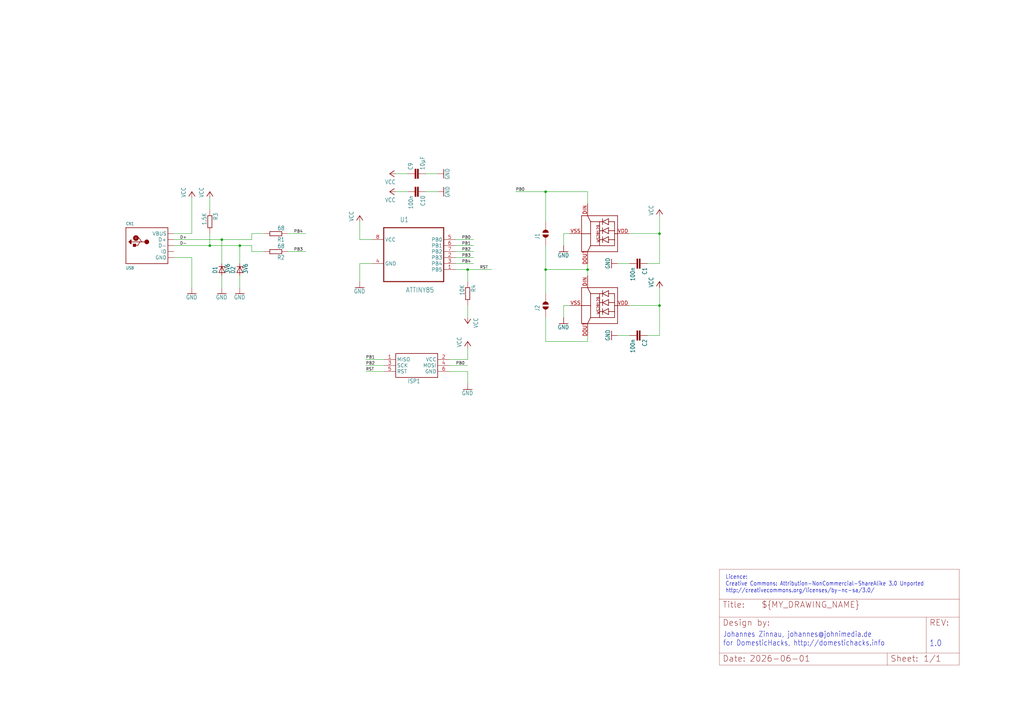
<source format=kicad_sch>
(kicad_sch (version 20250114) (generator "eeschema") (generator_version "9.0")
  (paper "User" 433.807 302.311)
  (lib_symbols
    (symbol "bloenk-mini-eagle-import:Atmel_By_element14_Batch_1_ATTINY85-20SU"
      (property "Reference" "U" (at -5.8928 9.906 0))
      (symbol "Atmel_By_element14_Batch_1_ATTINY85-20SU_1_0"
        (polyline (pts (xy -12.7 7.62) (xy -12.7 -15.24)) (stroke (width 0.4064)))
        (polyline (pts (xy -12.7 -15.24) (xy 12.7 -15.24)) (stroke (width 0.4064)))
        (polyline (pts (xy 12.7 7.62) (xy -12.7 7.62)) (stroke (width 0.4064)))
        (polyline (pts (xy 12.7 -15.24) (xy 12.7 7.62)) (stroke (width 0.4064)))
        (pin power_in line (at -17.78 2.54 0) (length 5.08) (name "VCC") (number "8"))
        (pin passive line (at -17.78 -7.62 0) (length 5.08) (name "GND") (number "4"))
        (pin bidirectional line (at 17.78 2.54 180) (length 5.08) (name "PB0") (number "5"))
        (pin bidirectional line (at 17.78 0 180) (length 5.08) (name "PB1") (number "6"))
        (pin bidirectional line (at 17.78 -2.54 180) (length 5.08) (name "PB2") (number "7"))
        (pin bidirectional line (at 17.78 -5.08 180) (length 5.08) (name "PB3") (number "2"))
        (pin bidirectional line (at 17.78 -7.62 180) (length 5.08) (name "PB4") (number "3"))
        (pin bidirectional line (at 17.78 -10.16 180) (length 5.08) (name "PB5") (number "1"))
      )
    )
    (symbol "bloenk-mini-eagle-import:SparkFun-Passives_SOLDERJUMPERNO"
      (property "Reference" "SJ" (at -2.54 2.54 0))
      (symbol "SparkFun-Passives_SOLDERJUMPERNO_1_0"
        (polyline (pts (xy -2.54 0) (xy -1.651 0)) (stroke (width 0.1524)))
        (arc (start -0.381 -1.27) (mid -1.651 0) (end -0.381 1.27) (stroke (width 0.0001)) (fill (type outline)))
        (arc (start 0.381 1.27) (mid 1.651 0) (end 0.381 -1.27) (stroke (width 0.0001)) (fill (type outline)))
        (polyline (pts (xy 2.54 0) (xy 1.651 0)) (stroke (width 0.1524)))
        (pin passive line (at -5.08 0 0) (length 2.54) (name "1") (number "1"))
        (pin passive line (at 5.08 0 180) (length 2.54) (name "2") (number "2"))
      )
    )
    (symbol "bloenk-mini-eagle-import:WS2812B_WS2812B"
      (symbol "WS2812B_WS2812B_1_0"
        (polyline (pts (xy -7.62 10.16) (xy -7.62 -2.54)) (stroke (width 0.254)))
        (polyline (pts (xy -7.62 -2.54) (xy -7.62 -5.08)) (stroke (width 0.254)))
        (polyline (pts (xy -7.62 -5.08) (xy 0 -5.08)) (stroke (width 0.254)))
        (polyline (pts (xy -6.35 6.35) (xy -5.08 6.35)) (stroke (width 0.254)))
        (polyline (pts (xy -6.35 3.81) (xy -5.08 3.81)) (stroke (width 0.254)))
        (polyline (pts (xy -5.08 8.89) (xy -5.08 6.35)) (stroke (width 0.254)))
        (polyline (pts (xy -5.08 6.35) (xy -3.81 6.35)) (stroke (width 0.254)))
        (polyline (pts (xy -5.08 3.81) (xy -6.35 6.35)) (stroke (width 0.254)))
        (polyline (pts (xy -5.08 3.81) (xy -5.08 2.54)) (stroke (width 0.254)))
        (polyline (pts (xy -5.08 3.81) (xy -3.81 6.35)) (stroke (width 0.254)))
        (polyline (pts (xy -5.08 2.54) (xy -5.08 -1.27)) (stroke (width 0.254)))
        (polyline (pts (xy -5.08 -1.27) (xy -7.62 -2.54)) (stroke (width 0.254)))
        (polyline (pts (xy -5.08 -1.27) (xy 0 -1.27)) (stroke (width 0.254)))
        (polyline (pts (xy -3.81 3.81) (xy -5.08 3.81)) (stroke (width 0.254)))
        (polyline (pts (xy -2.54 6.35) (xy 0 6.35)) (stroke (width 0.254)))
        (polyline (pts (xy -2.54 3.81) (xy -1.27 3.81)) (stroke (width 0.254)))
        (polyline (pts (xy -1.27 6.35) (xy -1.27 8.89)) (stroke (width 0.254)))
        (polyline (pts (xy -1.27 3.81) (xy -2.54 6.35)) (stroke (width 0.254)))
        (polyline (pts (xy -1.27 3.81) (xy -1.27 2.54)) (stroke (width 0.254)))
        (polyline (pts (xy -1.27 3.81) (xy 0 3.81)) (stroke (width 0.254)))
        (polyline (pts (xy -1.27 2.54) (xy -5.08 2.54)) (stroke (width 0.254)))
        (polyline (pts (xy 0 10.16) (xy -7.62 10.16)) (stroke (width 0.254)))
        (polyline (pts (xy 0 10.16) (xy 0 8.89)) (stroke (width 0.254)))
        (polyline (pts (xy 0 8.89) (xy -5.08 8.89)) (stroke (width 0.254)))
        (polyline (pts (xy 0 6.35) (xy -1.27 3.81)) (stroke (width 0.254)))
        (polyline (pts (xy 0 -1.27) (xy 0 -5.08)) (stroke (width 0.254)))
        (polyline (pts (xy 0 -1.27) (xy 5.08 -1.27)) (stroke (width 0.254)))
        (polyline (pts (xy 0 -5.08) (xy 7.62 -5.08)) (stroke (width 0.254)))
        (polyline (pts (xy 1.27 6.35) (xy 2.54 6.35)) (stroke (width 0.254)))
        (polyline (pts (xy 1.27 6.35) (xy 2.54 3.81)) (stroke (width 0.254)))
        (polyline (pts (xy 2.54 8.89) (xy 0 8.89)) (stroke (width 0.254)))
        (polyline (pts (xy 2.54 8.89) (xy 5.08 8.89)) (stroke (width 0.254)))
        (polyline (pts (xy 2.54 6.35) (xy 2.54 8.89)) (stroke (width 0.254)))
        (polyline (pts (xy 2.54 3.81) (xy 1.27 3.81)) (stroke (width 0.254)))
        (polyline (pts (xy 2.54 3.81) (xy 2.54 2.54)) (stroke (width 0.254)))
        (polyline (pts (xy 2.54 3.81) (xy 3.81 6.35)) (stroke (width 0.254)))
        (polyline (pts (xy 2.54 3.81) (xy 3.81 3.81)) (stroke (width 0.254)))
        (polyline (pts (xy 2.54 2.54) (xy -1.27 2.54)) (stroke (width 0.254)))
        (polyline (pts (xy 3.81 6.35) (xy 2.54 6.35)) (stroke (width 0.254)))
        (polyline (pts (xy 5.08 8.89) (xy 5.08 2.54)) (stroke (width 0.254)))
        (polyline (pts (xy 5.08 2.54) (xy 2.54 2.54)) (stroke (width 0.254)))
        (polyline (pts (xy 5.08 -1.27) (xy 5.08 2.54)) (stroke (width 0.254)))
        (polyline (pts (xy 5.08 -1.27) (xy 7.62 -2.54)) (stroke (width 0.254)))
        (polyline (pts (xy 7.62 10.16) (xy 0 10.16)) (stroke (width 0.254)))
        (polyline (pts (xy 7.62 -2.54) (xy 7.62 10.16)) (stroke (width 0.254)))
        (polyline (pts (xy 7.62 -5.08) (xy 7.62 -2.54)) (stroke (width 0.254)))
        (text "WS2812B" (at 3.81 1.27 0) (effects (font (size 1.27 1.0795)) (justify right top)))
        (pin input line (at -12.7 -2.54 0) (length 5.08) (name "DI") (number "DIN"))
        (pin power_in line (at 0 14.986 270) (length 5.08) (name "VDD") (number "VDD"))
        (pin power_in line (at 0 -10.16 90) (length 5.08) (name "GND") (number "VSS"))
        (pin output line (at 12.7 -2.54 180) (length 5.08) (name "DO") (number "DOUT"))
      )
    )
    (symbol "bloenk-mini-eagle-import:adafruit_AVRISP-6"
      (property "Reference" "ISP" (at -2.54 -7.62 0))
      (symbol "adafruit_AVRISP-6_1_0"
        (polyline (pts (xy -7.62 5.08) (xy 10.16 5.08)) (stroke (width 0.254)))
        (polyline (pts (xy -7.62 -5.08) (xy -7.62 5.08)) (stroke (width 0.254)))
        (polyline (pts (xy 10.16 5.08) (xy 10.16 -5.08)) (stroke (width 0.254)))
        (polyline (pts (xy 10.16 -5.08) (xy -7.62 -5.08)) (stroke (width 0.254)))
        (pin input line (at -12.7 2.54 0) (length 5.08) (name "MISO") (number "1"))
        (pin output line (at -12.7 0 0) (length 5.08) (name "SCK") (number "3"))
        (pin output line (at -12.7 -2.54 0) (length 5.08) (name "RST") (number "5"))
        (pin power_in line (at 15.24 2.54 180) (length 5.08) (name "VCC") (number "2"))
        (pin output line (at 15.24 0 180) (length 5.08) (name "MOSI") (number "4"))
        (pin power_in line (at 15.24 -2.54 180) (length 5.08) (name "GND") (number "6"))
      )
    )
    (symbol "bloenk-mini-eagle-import:adafruit_USBMINIB"
      (property "Reference" "CN" (at -10.16 8.636 0))
      (symbol "adafruit_USBMINIB_1_0"
        (polyline (pts (xy -10.2 7.62) (xy -10.16 7.62)) (stroke (width 0.254)))
        (polyline (pts (xy -10.16 7.62) (xy -10.16 -7.62)) (stroke (width 0.254)))
        (polyline (pts (xy -10.16 7.62) (xy 7.62 7.62)) (stroke (width 0.254)))
        (polyline (pts (xy -10.16 -7.62) (xy 7.62 -7.62)) (stroke (width 0.254)))
        (polyline (pts (xy -8.92 1.6) (xy -8.12 2.4)) (stroke (width 0.254)))
        (polyline (pts (xy -8.52 1.6) (xy -8.52 1.4)) (stroke (width 0.254)))
        (polyline (pts (xy -8.52 1.4) (xy -8.32 1.2)) (stroke (width 0.254)))
        (polyline (pts (xy -8.32 2) (xy -8.72 1.6)) (stroke (width 0.254)))
        (polyline (pts (xy -8.32 1.2) (xy -8.32 2)) (stroke (width 0.254)))
        (polyline (pts (xy -8.12 2.4) (xy -7.92 2.4)) (stroke (width 0.254)))
        (polyline (pts (xy -8.12 1) (xy -8.12 2.4)) (stroke (width 0.254)))
        (polyline (pts (xy -8.12 0.8) (xy -8.92 1.6)) (stroke (width 0.254)))
        (polyline (pts (xy -7.92 2.4) (xy -7.92 1.6)) (stroke (width 0.254)))
        (polyline (pts (xy -7.92 1.6) (xy -7.92 0.8)) (stroke (width 0.254)))
        (polyline (pts (xy -7.92 0.8) (xy -8.12 0.8)) (stroke (width 0.254)))
        (rectangle (start -7.12 -0.45) (end -5.92 0.75) (fill (type outline)))
        (polyline (pts (xy -6.27 0.15) (xy -5.07 0.15)) (stroke (width 0.254)))
        (circle (center -5.92 3.2) (radius 0.2) (stroke (width 1)))
        (polyline (pts (xy -5.52 3.2) (xy -4.52 3.2)) (stroke (width 0.254)))
        (polyline (pts (xy -5.07 0.15) (xy -4.22 1.6)) (stroke (width 0.254)))
        (polyline (pts (xy -4.52 3.2) (xy -3.47 1.6)) (stroke (width 0.254)))
        (polyline (pts (xy -4.22 1.6) (xy -7.92 1.6)) (stroke (width 0.254)))
        (polyline (pts (xy -3.47 1.6) (xy -4.22 1.6)) (stroke (width 0.254)))
        (circle (center -1.32 1.6) (radius 0.5) (stroke (width 1)))
        (polyline (pts (xy -1.32 1.6) (xy -3.47 1.6)) (stroke (width 0.254)))
        (polyline (pts (xy 7.62 7.62) (xy 7.62 -7.62)) (stroke (width 0.254)))
        (pin power_in line (at 10.16 5.08 180) (length 2.54) (name "VBUS") (number "VBUS"))
        (pin bidirectional line (at 10.16 2.54 180) (length 2.54) (name "D+") (number "D+"))
        (pin bidirectional line (at 10.16 0 180) (length 2.54) (name "D-") (number "D-"))
        (pin bidirectional line (at 10.16 -2.54 180) (length 2.54) (name "ID") (number "ID"))
        (pin power_in line (at 10.16 -5.08 180) (length 2.54) (name "GND") (number "GND"))
      )
    )
    (symbol "bloenk-mini-eagle-import:diode_ZENER-DIODESOD80C"
      (property "Reference" "D" (at -1.778 1.905 0))
      (symbol "diode_ZENER-DIODESOD80C_1_0"
        (polyline (pts (xy -1.27 1.27) (xy -1.27 -1.27)) (stroke (width 0.254)))
        (polyline (pts (xy -1.27 -1.27) (xy 1.27 0)) (stroke (width 0.254)))
        (polyline (pts (xy 1.27 1.27) (xy 1.27 0)) (stroke (width 0.254)))
        (polyline (pts (xy 1.27 0) (xy -1.27 1.27)) (stroke (width 0.254)))
        (polyline (pts (xy 1.27 0) (xy 1.27 -1.27)) (stroke (width 0.254)))
        (polyline (pts (xy 1.27 -1.27) (xy 0.635 -1.27)) (stroke (width 0.254)))
        (pin passive line (at -2.54 0 0) (length 2.54) (name "A") (number "A"))
        (pin passive line (at 2.54 0 180) (length 2.54) (name "C") (number "C"))
      )
    )
    (symbol "bloenk-mini-eagle-import:my_frames_DINA3_L"
      (symbol "my_frames_DINA3_L_1_0"
        (polyline (pts (xy 0 264.16) (xy 388.62 264.16) (xy 388.62 0) (xy 0 0) (xy 0 264.16)))
      )
      (symbol "my_frames_DINA3_L_2_0"
        (polyline (pts (xy 0 27.94) (xy 0 40.64)) (stroke (width 0.1016)))
        (polyline (pts (xy 0 27.94) (xy 101.6 27.94)) (stroke (width 0.1016)))
        (polyline (pts (xy 0 20.32) (xy 0 27.94)) (stroke (width 0.1016)))
        (polyline (pts (xy 0 5.08) (xy 0 20.32)) (stroke (width 0.1016)))
        (polyline (pts (xy 0 5.08) (xy 71.12 5.08)) (stroke (width 0.1016)))
        (polyline (pts (xy 0 0) (xy 0 5.08)) (stroke (width 0.1016)))
        (polyline (pts (xy 0 0) (xy 71.12 0)) (stroke (width 0.1016)))
        (polyline (pts (xy 71.12 5.08) (xy 71.12 0)) (stroke (width 0.1016)))
        (polyline (pts (xy 71.12 5.08) (xy 87.63 5.08)) (stroke (width 0.1016)))
        (polyline (pts (xy 71.12 0) (xy 101.6 0)) (stroke (width 0.1016)))
        (polyline (pts (xy 87.63 20.32) (xy 0 20.32)) (stroke (width 0.1016)))
        (polyline (pts (xy 87.63 20.32) (xy 87.63 5.08)) (stroke (width 0.1016)))
        (polyline (pts (xy 87.63 5.08) (xy 101.6 5.08)) (stroke (width 0.1016)))
        (polyline (pts (xy 101.6 40.64) (xy 0 40.64)) (stroke (width 0.1016)))
        (polyline (pts (xy 101.6 40.64) (xy 101.6 27.94)) (stroke (width 0.1016)))
        (polyline (pts (xy 101.6 27.94) (xy 101.6 20.32)) (stroke (width 0.1016)))
        (polyline (pts (xy 101.6 20.32) (xy 87.63 20.32)) (stroke (width 0.1016)))
        (polyline (pts (xy 101.6 20.32) (xy 101.6 5.08)) (stroke (width 0.1016)))
        (polyline (pts (xy 101.6 5.08) (xy 101.6 0)) (stroke (width 0.1016)))
        (text "Title:" (at 1.27 24.13 0) (effects (font (size 2.54 2.54)) (justify left bottom)))
        (text "Design by:" (at 1.27 16.51 0) (effects (font (size 2.54 2.54)) (justify left bottom)))
        (text "Date:" (at 1.27 1.27 0) (effects (font (size 2.54 2.54)) (justify left bottom)))
        (text "${CURRENT_DATE}" (at 12.7 1.27 0) (effects (font (size 2.54 2.54)) (justify left bottom)))
        (text "${MY_DRAWING_NAME}" (at 17.78 24.13 0) (effects (font (size 2.54 2.54)) (justify left bottom)))
        (text "Sheet:" (at 72.39 1.27 0) (effects (font (size 2.54 2.54)) (justify left bottom)))
        (text "${#}/${##}" (at 86.36 1.27 0) (effects (font (size 2.54 2.54)) (justify left bottom)))
        (text "REV:" (at 88.9 16.51 0) (effects (font (size 2.54 2.54)) (justify left bottom)))
      )
    )
    (symbol "bloenk-mini-eagle-import:rcl_C-EUC0805"
      (property "Reference" "C" (at 1.524 0.381 0))
      (symbol "rcl_C-EUC0805_1_0"
        (rectangle (start -2.032 -1.016) (end 2.032 -0.508) (fill (type outline)))
        (rectangle (start -2.032 -2.032) (end 2.032 -1.524) (fill (type outline)))
        (polyline (pts (xy 0 0) (xy 0 -0.508)) (stroke (width 0.1524)))
        (polyline (pts (xy 0 -2.54) (xy 0 -2.032)) (stroke (width 0.1524)))
        (pin passive line (at 0 2.54 270) (length 2.54) (name "1") (number "1"))
        (pin passive line (at 0 -5.08 90) (length 2.54) (name "2") (number "2"))
      )
    )
    (symbol "bloenk-mini-eagle-import:resistor_C-EUC0603"
      (property "Reference" "C" (at 1.524 0.381 0))
      (symbol "resistor_C-EUC0603_1_0"
        (rectangle (start -2.032 -1.016) (end 2.032 -0.508) (fill (type outline)))
        (rectangle (start -2.032 -2.032) (end 2.032 -1.524) (fill (type outline)))
        (polyline (pts (xy 0 0) (xy 0 -0.508)) (stroke (width 0.1524)))
        (polyline (pts (xy 0 -2.54) (xy 0 -2.032)) (stroke (width 0.1524)))
        (pin passive line (at 0 2.54 270) (length 2.54) (name "1") (number "1"))
        (pin passive line (at 0 -5.08 90) (length 2.54) (name "2") (number "2"))
      )
    )
    (symbol "bloenk-mini-eagle-import:resistor_R-EU_R0603"
      (property "Reference" "R" (at -3.81 1.4986 0))
      (symbol "resistor_R-EU_R0603_1_0"
        (polyline (pts (xy -2.54 -0.889) (xy -2.54 0.889)) (stroke (width 0.254)))
        (polyline (pts (xy -2.54 -0.889) (xy 2.54 -0.889)) (stroke (width 0.254)))
        (polyline (pts (xy 2.54 0.889) (xy -2.54 0.889)) (stroke (width 0.254)))
        (polyline (pts (xy 2.54 -0.889) (xy 2.54 0.889)) (stroke (width 0.254)))
        (pin passive line (at -5.08 0 0) (length 2.54) (name "1") (number "1"))
        (pin passive line (at 5.08 0 180) (length 2.54) (name "2") (number "2"))
      )
    )
    (symbol "bloenk-mini-eagle-import:supply1_GND" (power)
      (symbol "supply1_GND_1_0"
        (polyline (pts (xy -1.905 0) (xy 1.905 0)) (stroke (width 0.254)))
        (pin power_in line (at 0 2.54 270) (length 2.54) (name "GND") (number "1"))
      )
    )
    (symbol "bloenk-mini-eagle-import:supply1_VCC" (power)
      (symbol "supply1_VCC_1_0"
        (polyline (pts (xy 0 0) (xy -1.27 -1.905)) (stroke (width 0.254)))
        (polyline (pts (xy 1.27 -1.905) (xy 0 0)) (stroke (width 0.254)))
        (pin power_in line (at 0 -2.54 90) (length 2.54) (name "VCC") (number "1"))
      )
    )
  )
  (text "Licence:\nCreative Commons: Attribution-NonCommercial-ShareAlike 3.0 Unported\nhttp://creativecommons.org/licenses/by-nc-sa/3.0/" (at 307.34 251.46 0) (effects (font (size 1.778 1.5113)) (justify left bottom)))
  (text "Johannes Zinnau, johannes@johnimedia.de\nfor DomesticHacks, http://domestichacks.info" (at 306.324 274.066 0) (effects (font (size 2.286 1.9431)) (justify left bottom)))
  (text "1.0" (at 393.7 274.32 0) (effects (font (size 2.54 2.159)) (justify left bottom)))
  (junction (at 248.92 114.3))
  (junction (at 231.14 81.28))
  (junction (at 279.4 99.06))
  (junction (at 279.4 129.54))
  (junction (at 198.12 114.3))
  (junction (at 88.9 104.14))
  (junction (at 93.98 101.6))
  (junction (at 231.14 114.3))
  (junction (at 101.6 104.14))
  (wire (pts (xy 238.76 99.06) (xy 238.76 104.14)) (stroke (width 0.1524)))
  (wire (pts (xy 248.92 111.76) (xy 248.92 114.3)) (stroke (width 0.1524)))
  (wire (pts (xy 198.12 129.54) (xy 198.12 134.62)) (stroke (width 0.1524)))
  (wire (pts (xy 241.3 99.06) (xy 238.76 99.06)) (stroke (width 0.1524)))
  (wire (pts (xy 193.04 109.22) (xy 200.66 109.22)) (stroke (width 0.1524)))
  (wire (pts (xy 73.66 99.06) (xy 81.28 99.06)) (stroke (width 0.1524)))
  (wire (pts (xy 180.34 81.28) (xy 185.42 81.28)) (stroke (width 0.1524)))
  (wire (pts (xy 88.9 104.14) (xy 101.6 104.14)) (stroke (width 0.1524)))
  (wire (pts (xy 193.04 104.14) (xy 200.66 104.14)) (stroke (width 0.1524)))
  (wire (pts (xy 157.48 101.6) (xy 152.4 101.6)) (stroke (width 0.1524)))
  (wire (pts (xy 248.92 142.24) (xy 248.92 144.78)) (stroke (width 0.1524)))
  (wire (pts (xy 241.3 129.54) (xy 238.76 129.54)) (stroke (width 0.1524)))
  (wire (pts (xy 248.92 114.3) (xy 231.14 114.3)) (stroke (width 0.1524)))
  (wire (pts (xy 88.9 104.14) (xy 88.9 99.06)) (stroke (width 0.1524)))
  (wire (pts (xy 106.68 106.68) (xy 111.76 106.68)) (stroke (width 0.1524)))
  (wire (pts (xy 266.7 142.24) (xy 261.62 142.24)) (stroke (width 0.1524)))
  (wire (pts (xy 162.56 152.4) (xy 154.94 152.4)) (stroke (width 0.1524)))
  (wire (pts (xy 248.92 81.28) (xy 231.14 81.28)) (stroke (width 0.1524)))
  (wire (pts (xy 279.4 129.54) (xy 279.4 142.24)) (stroke (width 0.1524)))
  (wire (pts (xy 193.04 111.76) (xy 200.66 111.76)) (stroke (width 0.1524)))
  (wire (pts (xy 198.12 157.48) (xy 198.12 162.56)) (stroke (width 0.1524)))
  (wire (pts (xy 106.68 99.06) (xy 111.76 99.06)) (stroke (width 0.1524)))
  (wire (pts (xy 73.66 104.14) (xy 88.9 104.14)) (stroke (width 0.1524)))
  (wire (pts (xy 152.4 111.76) (xy 152.4 119.38)) (stroke (width 0.1524)))
  (wire (pts (xy 231.14 93.98) (xy 231.14 81.28)) (stroke (width 0.1524)))
  (wire (pts (xy 106.68 101.6) (xy 106.68 99.06)) (stroke (width 0.1524)))
  (wire (pts (xy 198.12 114.3) (xy 208.28 114.3)) (stroke (width 0.1524)))
  (wire (pts (xy 279.4 111.76) (xy 279.4 99.06)) (stroke (width 0.1524)))
  (wire (pts (xy 88.9 83.82) (xy 88.9 88.9)) (stroke (width 0.1524)))
  (wire (pts (xy 93.98 116.84) (xy 93.98 121.92)) (stroke (width 0.1524)))
  (wire (pts (xy 266.446 99.06) (xy 279.4 99.06)) (stroke (width 0.1524)))
  (wire (pts (xy 279.4 111.76) (xy 274.32 111.76)) (stroke (width 0.1524)))
  (wire (pts (xy 238.76 129.54) (xy 238.76 134.62)) (stroke (width 0.1524)))
  (wire (pts (xy 248.92 114.3) (xy 248.92 116.84)) (stroke (width 0.1524)))
  (wire (pts (xy 93.98 111.76) (xy 93.98 101.6)) (stroke (width 0.1524)))
  (wire (pts (xy 231.14 114.3) (xy 231.14 104.14)) (stroke (width 0.1524)))
  (wire (pts (xy 193.04 101.6) (xy 200.66 101.6)) (stroke (width 0.1524)))
  (wire (pts (xy 231.14 144.78) (xy 248.92 144.78)) (stroke (width 0.1524)))
  (wire (pts (xy 152.4 101.6) (xy 152.4 93.98)) (stroke (width 0.1524)))
  (wire (pts (xy 81.28 109.22) (xy 81.28 121.92)) (stroke (width 0.1524)))
  (wire (pts (xy 106.68 104.14) (xy 106.68 106.68)) (stroke (width 0.1524)))
  (wire (pts (xy 121.92 99.06) (xy 129.54 99.06)) (stroke (width 0.1524)))
  (wire (pts (xy 167.64 81.28) (xy 172.72 81.28)) (stroke (width 0.1524)))
  (wire (pts (xy 279.4 142.24) (xy 274.32 142.24)) (stroke (width 0.1524)))
  (wire (pts (xy 121.92 106.68) (xy 129.54 106.68)) (stroke (width 0.1524)))
  (wire (pts (xy 190.5 154.94) (xy 198.12 154.94)) (stroke (width 0.1524)))
  (wire (pts (xy 73.66 101.6) (xy 93.98 101.6)) (stroke (width 0.1524)))
  (wire (pts (xy 248.92 86.36) (xy 248.92 81.28)) (stroke (width 0.1524)))
  (wire (pts (xy 81.28 99.06) (xy 81.28 83.82)) (stroke (width 0.1524)))
  (wire (pts (xy 157.48 111.76) (xy 152.4 111.76)) (stroke (width 0.1524)))
  (wire (pts (xy 93.98 101.6) (xy 106.68 101.6)) (stroke (width 0.1524)))
  (wire (pts (xy 231.14 81.28) (xy 218.44 81.28)) (stroke (width 0.1524)))
  (wire (pts (xy 198.12 119.38) (xy 198.12 114.3)) (stroke (width 0.1524)))
  (wire (pts (xy 198.12 152.4) (xy 198.12 147.32)) (stroke (width 0.1524)))
  (wire (pts (xy 261.62 111.76) (xy 266.7 111.76)) (stroke (width 0.1524)))
  (wire (pts (xy 193.04 106.68) (xy 200.66 106.68)) (stroke (width 0.1524)))
  (wire (pts (xy 167.64 73.66) (xy 172.72 73.66)) (stroke (width 0.1524)))
  (wire (pts (xy 180.34 73.66) (xy 185.42 73.66)) (stroke (width 0.1524)))
  (wire (pts (xy 101.6 116.84) (xy 101.6 121.92)) (stroke (width 0.1524)))
  (wire (pts (xy 279.4 99.06) (xy 279.4 91.44)) (stroke (width 0.1524)))
  (wire (pts (xy 73.66 109.22) (xy 81.28 109.22)) (stroke (width 0.1524)))
  (wire (pts (xy 190.5 152.4) (xy 198.12 152.4)) (stroke (width 0.1524)))
  (wire (pts (xy 279.4 121.92) (xy 279.4 129.54)) (stroke (width 0.1524)))
  (wire (pts (xy 101.6 111.76) (xy 101.6 104.14)) (stroke (width 0.1524)))
  (wire (pts (xy 190.5 157.48) (xy 198.12 157.48)) (stroke (width 0.1524)))
  (wire (pts (xy 193.04 114.3) (xy 198.12 114.3)) (stroke (width 0.1524)))
  (wire (pts (xy 231.14 144.78) (xy 231.14 134.62)) (stroke (width 0.1524)))
  (wire (pts (xy 266.446 129.54) (xy 279.4 129.54)) (stroke (width 0.1524)))
  (wire (pts (xy 162.56 157.48) (xy 154.94 157.48)) (stroke (width 0.1524)))
  (wire (pts (xy 231.14 124.46) (xy 231.14 114.3)) (stroke (width 0.1524)))
  (wire (pts (xy 101.6 104.14) (xy 106.68 104.14)) (stroke (width 0.1524)))
  (wire (pts (xy 162.56 154.94) (xy 154.94 154.94)) (stroke (width 0.1524)))
  (label "RST" (at 203.2 114.3 0) (effects (font (size 1.2446 1.2446))))
  (label "D+" (at 76.2 101.6 0) (effects (font (size 1.2446 1.2446))))
  (label "PB2" (at 195.58 106.68 0) (effects (font (size 1.2446 1.2446))))
  (label "PB1" (at 154.94 152.4 0) (effects (font (size 1.2446 1.2446))))
  (label "PB4" (at 124.46 99.06 0) (effects (font (size 1.2446 1.2446))))
  (label "PB0" (at 218.44 81.28 0) (effects (font (size 1.2446 1.2446))))
  (label "PB1" (at 195.58 104.14 0) (effects (font (size 1.2446 1.2446))))
  (label "PB0" (at 193.04 154.94 0) (effects (font (size 1.2446 1.2446))))
  (label "PB0" (at 195.58 101.6 0) (effects (font (size 1.2446 1.2446))))
  (label "RST" (at 154.94 157.48 0) (effects (font (size 1.2446 1.2446))))
  (label "PB4" (at 195.58 111.76 0) (effects (font (size 1.2446 1.2446))))
  (label "PB3" (at 124.46 106.68 0) (effects (font (size 1.2446 1.2446))))
  (label "D-" (at 76.2 104.14 0) (effects (font (size 1.2446 1.2446))))
  (label "PB3" (at 195.58 109.22 0) (effects (font (size 1.2446 1.2446))))
  (label "PB2" (at 154.94 154.94 0) (effects (font (size 1.2446 1.2446))))
  (symbol (lib_id "bloenk-mini-eagle-import:supply1_VCC") (at 165.1 73.66 90) (unit 1)
    (property "Reference" "#P+15" (effects (hide yes)))
    (property "Value" "VCC" (at 167.64 76.2 90) (effects (font (size 1.778 1.5113)) (justify left bottom)))
  )
  (symbol (lib_id "bloenk-mini-eagle-import:supply1_VCC") (at 198.12 137.16 180) (unit 1)
    (property "Reference" "#P+14" (effects (hide yes)))
    (property "Value" "VCC" (at 200.66 134.62 90) (effects (font (size 1.778 1.5113)) (justify left bottom)))
  )
  (symbol (lib_id "bloenk-mini-eagle-import:resistor_R-EU_R0603") (at 198.12 124.46 270) (unit 1)
    (property "Reference" "R4" (at 199.6186 120.65 0) (effects (font (size 1.778 1.5113)) (justify left bottom)))
    (property "Value" "10K" (at 194.818 120.65 0) (effects (font (size 1.778 1.5113)) (justify left bottom)))
    (property "Footprint" "bloenk-mini:R0603" (effects (hide yes)))
  )
  (symbol (lib_id "bloenk-mini-eagle-import:rcl_C-EUC0805") (at 175.26 73.66 90) (unit 1)
    (property "Reference" "C9" (at 174.879 72.136 0) (effects (font (size 1.778 1.5113)) (justify left bottom)))
    (property "Value" "10µF" (at 179.959 72.136 0) (effects (font (size 1.778 1.5113)) (justify left bottom)))
    (property "Footprint" "bloenk-mini:C0805" (effects (hide yes)))
  )
  (symbol (lib_id "bloenk-mini-eagle-import:supply1_VCC") (at 152.4 91.44 0) (unit 1)
    (property "Reference" "#P+10" (effects (hide yes)))
    (property "Value" "VCC" (at 149.86 93.98 90) (effects (font (size 1.778 1.5113)) (justify left bottom)))
  )
  (symbol (lib_id "bloenk-mini-eagle-import:supply1_VCC") (at 279.4 88.9 0) (unit 1)
    (property "Reference" "#P+2" (effects (hide yes)))
    (property "Value" "VCC" (at 276.86 91.44 90) (effects (font (size 1.778 1.5113)) (justify left bottom)))
  )
  (symbol (lib_id "bloenk-mini-eagle-import:WS2812B_WS2812B") (at 251.46 99.06 270) (unit 1)
    (property "Reference" "LED1" (effects (hide yes)))
    (property "Value" "WS2812B" (effects (hide yes)))
    (property "Footprint" "bloenk-mini:WS2812B" (effects (hide yes)))
  )
  (symbol (lib_id "bloenk-mini-eagle-import:supply1_GND") (at 101.6 124.46 0) (unit 1)
    (property "Reference" "#GND21" (effects (hide yes)))
    (property "Value" "GND" (at 99.06 127 0) (effects (font (size 1.778 1.5113)) (justify left bottom)))
  )
  (symbol (lib_id "bloenk-mini-eagle-import:resistor_C-EUC0603") (at 271.78 142.24 270) (unit 1)
    (property "Reference" "C2" (at 272.161 143.764 0) (effects (font (size 1.778 1.5113)) (justify left bottom)))
    (property "Value" "100n" (at 267.081 143.764 0) (effects (font (size 1.778 1.5113)) (justify left bottom)))
    (property "Footprint" "bloenk-mini:C0603" (effects (hide yes)))
  )
  (symbol (lib_id "bloenk-mini-eagle-import:supply1_GND") (at 187.96 73.66 90) (unit 1)
    (property "Reference" "#GND23" (effects (hide yes)))
    (property "Value" "GND" (at 190.5 76.2 0) (effects (font (size 1.778 1.5113)) (justify left bottom)))
  )
  (symbol (lib_id "bloenk-mini-eagle-import:diode_ZENER-DIODESOD80C") (at 101.6 114.3 90) (unit 1)
    (property "Reference" "D2" (at 99.695 116.078 0) (effects (font (size 1.778 1.5113)) (justify left bottom)))
    (property "Value" "3V6" (at 105.029 116.078 0) (effects (font (size 1.778 1.5113)) (justify left bottom)))
    (property "Footprint" "bloenk-mini:SOD80C" (effects (hide yes)))
  )
  (symbol (lib_id "bloenk-mini-eagle-import:resistor_R-EU_R0603") (at 88.9 93.98 270) (unit 1)
    (property "Reference" "R3" (at 90.3986 90.17 0) (effects (font (size 1.778 1.5113)) (justify left bottom)))
    (property "Value" "1.5K" (at 85.598 90.17 0) (effects (font (size 1.778 1.5113)) (justify left bottom)))
    (property "Footprint" "bloenk-mini:R0603" (effects (hide yes)))
  )
  (symbol (lib_id "bloenk-mini-eagle-import:adafruit_USBMINIB") (at 63.5 104.14 0) (unit 1)
    (property "Reference" "CN1" (at 53.34 95.504 0) (effects (font (size 1.27 1.0795)) (justify left bottom)))
    (property "Value" "USB" (at 53.34 114.3 0) (effects (font (size 1.27 1.0795)) (justify left bottom)))
    (property "Footprint" "bloenk-mini:USB-MINIB" (effects (hide yes)))
  )
  (symbol (lib_id "bloenk-mini-eagle-import:resistor_R-EU_R0603") (at 116.84 106.68 180) (unit 1)
    (property "Reference" "R2" (at 120.65 108.1786 0) (effects (font (size 1.778 1.5113)) (justify left bottom)))
    (property "Value" "68" (at 120.65 103.378 0) (effects (font (size 1.778 1.5113)) (justify left bottom)))
    (property "Footprint" "bloenk-mini:R0603" (effects (hide yes)))
  )
  (symbol (lib_id "bloenk-mini-eagle-import:supply1_VCC") (at 198.12 144.78 0) (unit 1)
    (property "Reference" "#P+11" (effects (hide yes)))
    (property "Value" "VCC" (at 195.58 147.32 90) (effects (font (size 1.778 1.5113)) (justify left bottom)))
  )
  (symbol (lib_id "bloenk-mini-eagle-import:supply1_GND") (at 259.08 142.24 270) (unit 1)
    (property "Reference" "#GND3" (effects (hide yes)))
    (property "Value" "GND" (at 256.54 139.7 0) (effects (font (size 1.778 1.5113)) (justify left bottom)))
  )
  (symbol (lib_id "bloenk-mini-eagle-import:supply1_GND") (at 81.28 124.46 0) (unit 1)
    (property "Reference" "#GND17" (effects (hide yes)))
    (property "Value" "GND" (at 78.74 127 0) (effects (font (size 1.778 1.5113)) (justify left bottom)))
  )
  (symbol (lib_id "bloenk-mini-eagle-import:SparkFun-Passives_SOLDERJUMPERNO") (at 231.14 129.54 90) (unit 1)
    (property "Reference" "J2" (at 228.6 132.08 0) (effects (font (size 1.778 1.5113)) (justify left bottom)))
    (property "Value" "SOLDERJUMPERNO" (effects (hide yes)))
    (property "Footprint" "bloenk-mini:SJ_2S-NO" (effects (hide yes)))
  )
  (symbol (lib_id "bloenk-mini-eagle-import:supply1_GND") (at 238.76 137.16 0) (unit 1)
    (property "Reference" "#GND10" (effects (hide yes)))
    (property "Value" "GND" (at 236.22 139.7 0) (effects (font (size 1.778 1.5113)) (justify left bottom)))
  )
  (symbol (lib_id "bloenk-mini-eagle-import:supply1_GND") (at 259.08 111.76 270) (unit 1)
    (property "Reference" "#GND4" (effects (hide yes)))
    (property "Value" "GND" (at 256.54 109.22 0) (effects (font (size 1.778 1.5113)) (justify left bottom)))
  )
  (symbol (lib_id "bloenk-mini-eagle-import:SparkFun-Passives_SOLDERJUMPERNO") (at 231.14 99.06 90) (unit 1)
    (property "Reference" "J1" (at 228.6 101.6 0) (effects (font (size 1.778 1.5113)) (justify left bottom)))
    (property "Value" "SOLDERJUMPERNO" (effects (hide yes)))
    (property "Footprint" "bloenk-mini:SJ_2S-NO" (effects (hide yes)))
  )
  (symbol (lib_id "bloenk-mini-eagle-import:adafruit_AVRISP-6") (at 175.26 154.94 0) (unit 1)
    (property "Reference" "ISP1" (at 172.72 162.56 0) (effects (font (size 1.778 1.5113)) (justify left bottom)))
    (property "Value" "AVRISP-6" (effects (hide yes)))
    (property "Footprint" "bloenk-mini:AVRISP" (effects (hide yes)))
  )
  (symbol (lib_id "bloenk-mini-eagle-import:resistor_C-EUC0603") (at 177.8 81.28 270) (unit 1)
    (property "Reference" "C10" (at 178.181 82.804 0) (effects (font (size 1.778 1.5113)) (justify left bottom)))
    (property "Value" "100n" (at 173.101 82.804 0) (effects (font (size 1.778 1.5113)) (justify left bottom)))
    (property "Footprint" "bloenk-mini:C0603" (effects (hide yes)))
  )
  (symbol (lib_id "bloenk-mini-eagle-import:supply1_GND") (at 187.96 81.28 90) (unit 1)
    (property "Reference" "#GND22" (effects (hide yes)))
    (property "Value" "GND" (at 190.5 83.82 0) (effects (font (size 1.778 1.5113)) (justify left bottom)))
  )
  (symbol (lib_id "bloenk-mini-eagle-import:my_frames_DINA3_L") (at 304.8 281.94 0) (unit 2)
    (property "Reference" "#FRAME1" (effects (hide yes)))
    (property "Value" "DINA3_L" (effects (hide yes)))
  )
  (symbol (lib_id "bloenk-mini-eagle-import:supply1_VCC") (at 81.28 81.28 0) (unit 1)
    (property "Reference" "#P+9" (effects (hide yes)))
    (property "Value" "VCC" (at 78.74 83.82 90) (effects (font (size 1.778 1.5113)) (justify left bottom)))
  )
  (symbol (lib_id "bloenk-mini-eagle-import:diode_ZENER-DIODESOD80C") (at 93.98 114.3 90) (unit 1)
    (property "Reference" "D1" (at 92.075 116.078 0) (effects (font (size 1.778 1.5113)) (justify left bottom)))
    (property "Value" "3V6" (at 97.409 116.078 0) (effects (font (size 1.778 1.5113)) (justify left bottom)))
    (property "Footprint" "bloenk-mini:SOD80C" (effects (hide yes)))
  )
  (symbol (lib_id "bloenk-mini-eagle-import:supply1_GND") (at 198.12 165.1 0) (unit 1)
    (property "Reference" "#GND19" (effects (hide yes)))
    (property "Value" "GND" (at 195.58 167.64 0) (effects (font (size 1.778 1.5113)) (justify left bottom)))
  )
  (symbol (lib_id "bloenk-mini-eagle-import:resistor_C-EUC0603") (at 271.78 111.76 270) (unit 1)
    (property "Reference" "C1" (at 272.161 113.284 0) (effects (font (size 1.778 1.5113)) (justify left bottom)))
    (property "Value" "100n" (at 267.081 113.284 0) (effects (font (size 1.778 1.5113)) (justify left bottom)))
    (property "Footprint" "bloenk-mini:C0603" (effects (hide yes)))
  )
  (symbol (lib_id "bloenk-mini-eagle-import:WS2812B_WS2812B") (at 251.46 129.54 270) (unit 1)
    (property "Reference" "LED2" (effects (hide yes)))
    (property "Value" "WS2812B" (effects (hide yes)))
    (property "Footprint" "bloenk-mini:WS2812B" (effects (hide yes)))
  )
  (symbol (lib_id "bloenk-mini-eagle-import:resistor_R-EU_R0603") (at 116.84 99.06 180) (unit 1)
    (property "Reference" "R1" (at 120.65 100.5586 0) (effects (font (size 1.778 1.5113)) (justify left bottom)))
    (property "Value" "68" (at 120.65 95.758 0) (effects (font (size 1.778 1.5113)) (justify left bottom)))
    (property "Footprint" "bloenk-mini:R0603" (effects (hide yes)))
  )
  (symbol (lib_id "bloenk-mini-eagle-import:supply1_VCC") (at 88.9 81.28 0) (unit 1)
    (property "Reference" "#P+12" (effects (hide yes)))
    (property "Value" "VCC" (at 86.36 83.82 90) (effects (font (size 1.778 1.5113)) (justify left bottom)))
  )
  (symbol (lib_id "bloenk-mini-eagle-import:supply1_GND") (at 152.4 121.92 0) (unit 1)
    (property "Reference" "#GND18" (effects (hide yes)))
    (property "Value" "GND" (at 149.86 124.46 0) (effects (font (size 1.778 1.5113)) (justify left bottom)))
  )
  (symbol (lib_id "bloenk-mini-eagle-import:supply1_VCC") (at 279.4 119.38 0) (unit 1)
    (property "Reference" "#P+1" (effects (hide yes)))
    (property "Value" "VCC" (at 276.86 121.92 90) (effects (font (size 1.778 1.5113)) (justify left bottom)))
  )
  (symbol (lib_id "bloenk-mini-eagle-import:supply1_GND") (at 93.98 124.46 0) (unit 1)
    (property "Reference" "#GND20" (effects (hide yes)))
    (property "Value" "GND" (at 91.44 127 0) (effects (font (size 1.778 1.5113)) (justify left bottom)))
  )
  (symbol (lib_id "bloenk-mini-eagle-import:supply1_GND") (at 238.76 106.68 0) (unit 1)
    (property "Reference" "#GND9" (effects (hide yes)))
    (property "Value" "GND" (at 236.22 109.22 0) (effects (font (size 1.778 1.5113)) (justify left bottom)))
  )
  (symbol (lib_id "bloenk-mini-eagle-import:supply1_VCC") (at 165.1 81.28 90) (unit 1)
    (property "Reference" "#P+13" (effects (hide yes)))
    (property "Value" "VCC" (at 167.64 83.82 90) (effects (font (size 1.778 1.5113)) (justify left bottom)))
  )
  (symbol (lib_id "bloenk-mini-eagle-import:Atmel_By_element14_Batch_1_ATTINY85-20SU") (at 175.26 104.14 0) (unit 1)
    (property "Reference" "U1" (at 169.3672 94.234 0) (effects (font (size 2.0828 1.7703)) (justify left bottom)))
    (property "Value" "ATTINY85" (at 171.8564 124.079 0) (effects (font (size 2.0828 1.7703)) (justify left bottom)))
    (property "Footprint" "bloenk-mini:SOIC127P798X216-8N" (effects (hide yes)))
  )
)
</source>
